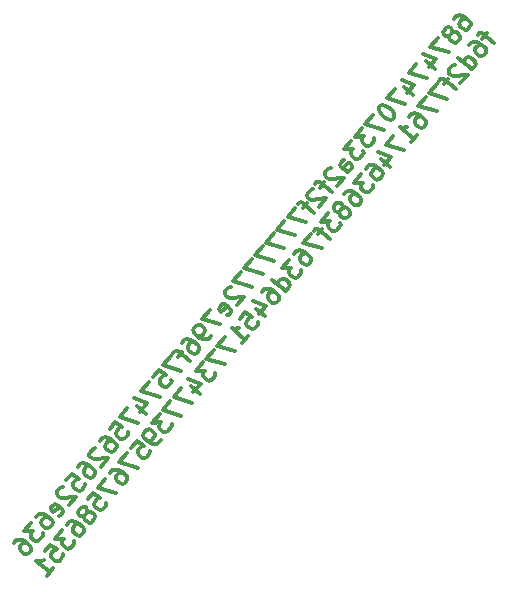
<source format=gbr>
%TF.GenerationSoftware,KiCad,Pcbnew,(7.0.0)*%
%TF.CreationDate,2023-05-30T20:10:02-04:00*%
%TF.ProjectId,H4X0R,48345830-522e-46b6-9963-61645f706362,rev?*%
%TF.SameCoordinates,Original*%
%TF.FileFunction,Copper,L2,Bot*%
%TF.FilePolarity,Positive*%
%FSLAX46Y46*%
G04 Gerber Fmt 4.6, Leading zero omitted, Abs format (unit mm)*
G04 Created by KiCad (PCBNEW (7.0.0)) date 2023-05-30 20:10:02*
%MOMM*%
%LPD*%
G01*
G04 APERTURE LIST*
%ADD10C,0.300000*%
%TA.AperFunction,NonConductor*%
%ADD11C,0.300000*%
%TD*%
G04 APERTURE END LIST*
D10*
D11*
X65006598Y-30900064D02*
X65190252Y-30681194D01*
X65190252Y-30681194D02*
X65336796Y-30617673D01*
X65336796Y-30617673D02*
X65437427Y-30608869D01*
X65437427Y-30608869D02*
X65693406Y-30637174D01*
X65693406Y-30637174D02*
X65958190Y-30766110D01*
X65958190Y-30766110D02*
X66395929Y-31133417D01*
X66395929Y-31133417D02*
X66459451Y-31279962D01*
X66459451Y-31279962D02*
X66468255Y-31380593D01*
X66468255Y-31380593D02*
X66431146Y-31535941D01*
X66431146Y-31535941D02*
X66247492Y-31754811D01*
X66247492Y-31754811D02*
X66100948Y-31818332D01*
X66100948Y-31818332D02*
X66000317Y-31827136D01*
X66000317Y-31827136D02*
X65844968Y-31790027D01*
X65844968Y-31790027D02*
X65571381Y-31560460D01*
X65571381Y-31560460D02*
X65507860Y-31413916D01*
X65507860Y-31413916D02*
X65499056Y-31313285D01*
X65499056Y-31313285D02*
X65536165Y-31157937D01*
X65536165Y-31157937D02*
X65719819Y-30939067D01*
X65719819Y-30939067D02*
X65866363Y-30875545D01*
X65866363Y-30875545D02*
X65966994Y-30866741D01*
X65966994Y-30866741D02*
X66122342Y-30903850D01*
X64856268Y-32079329D02*
X64893378Y-31923981D01*
X64893378Y-31923981D02*
X64884574Y-31823350D01*
X64884574Y-31823350D02*
X64821052Y-31676806D01*
X64821052Y-31676806D02*
X64766335Y-31630892D01*
X64766335Y-31630892D02*
X64610986Y-31593783D01*
X64610986Y-31593783D02*
X64510355Y-31602587D01*
X64510355Y-31602587D02*
X64363811Y-31666108D01*
X64363811Y-31666108D02*
X64180157Y-31884978D01*
X64180157Y-31884978D02*
X64143048Y-32040327D01*
X64143048Y-32040327D02*
X64151852Y-32140957D01*
X64151852Y-32140957D02*
X64215374Y-32287502D01*
X64215374Y-32287502D02*
X64270091Y-32333415D01*
X64270091Y-32333415D02*
X64425440Y-32370524D01*
X64425440Y-32370524D02*
X64526070Y-32361720D01*
X64526070Y-32361720D02*
X64672615Y-32298199D01*
X64672615Y-32298199D02*
X64856268Y-32079329D01*
X64856268Y-32079329D02*
X65002813Y-32015807D01*
X65002813Y-32015807D02*
X65103443Y-32007003D01*
X65103443Y-32007003D02*
X65258792Y-32044113D01*
X65258792Y-32044113D02*
X65477662Y-32227766D01*
X65477662Y-32227766D02*
X65541183Y-32374311D01*
X65541183Y-32374311D02*
X65549987Y-32474941D01*
X65549987Y-32474941D02*
X65512878Y-32630290D01*
X65512878Y-32630290D02*
X65329224Y-32849160D01*
X65329224Y-32849160D02*
X65182680Y-32912681D01*
X65182680Y-32912681D02*
X65082049Y-32921485D01*
X65082049Y-32921485D02*
X64926701Y-32884376D01*
X64926701Y-32884376D02*
X64707831Y-32700722D01*
X64707831Y-32700722D02*
X64644309Y-32554178D01*
X64644309Y-32554178D02*
X64635505Y-32453547D01*
X64635505Y-32453547D02*
X64672615Y-32298199D01*
X63675110Y-32486870D02*
X63032323Y-33252914D01*
X63032323Y-33252914D02*
X64594610Y-33724639D01*
X62634817Y-34504505D02*
X63400862Y-35147292D01*
X62426645Y-33863610D02*
X63476974Y-34278724D01*
X63476974Y-34278724D02*
X62880099Y-34990051D01*
X61838575Y-34675568D02*
X61195787Y-35441612D01*
X61195787Y-35441612D02*
X62758075Y-35913336D01*
X60798282Y-36693202D02*
X61564326Y-37335990D01*
X60590109Y-36052308D02*
X61640438Y-36467422D01*
X61640438Y-36467422D02*
X61043564Y-37178749D01*
X60002039Y-36864265D02*
X59359252Y-37630310D01*
X59359252Y-37630310D02*
X60921539Y-38102034D01*
X58808291Y-38286919D02*
X58716464Y-38396354D01*
X58716464Y-38396354D02*
X58679355Y-38551702D01*
X58679355Y-38551702D02*
X58688159Y-38652333D01*
X58688159Y-38652333D02*
X58751681Y-38798877D01*
X58751681Y-38798877D02*
X58924637Y-39037249D01*
X58924637Y-39037249D02*
X59198224Y-39266816D01*
X59198224Y-39266816D02*
X59463008Y-39395752D01*
X59463008Y-39395752D02*
X59618356Y-39432861D01*
X59618356Y-39432861D02*
X59718987Y-39424057D01*
X59718987Y-39424057D02*
X59865531Y-39360535D01*
X59865531Y-39360535D02*
X59957358Y-39251101D01*
X59957358Y-39251101D02*
X59994467Y-39095752D01*
X59994467Y-39095752D02*
X59985663Y-38995121D01*
X59985663Y-38995121D02*
X59922142Y-38848577D01*
X59922142Y-38848577D02*
X59749185Y-38610206D01*
X59749185Y-38610206D02*
X59475598Y-38380639D01*
X59475598Y-38380639D02*
X59210815Y-38251703D01*
X59210815Y-38251703D02*
X59055466Y-38214594D01*
X59055466Y-38214594D02*
X58954836Y-38223398D01*
X58954836Y-38223398D02*
X58808291Y-38286919D01*
X58165504Y-39052963D02*
X57522716Y-39819008D01*
X57522716Y-39819008D02*
X59085004Y-40290732D01*
X57247236Y-40147312D02*
X56650362Y-40858639D01*
X56650362Y-40858639D02*
X57409495Y-40842924D01*
X57409495Y-40842924D02*
X57271755Y-41007076D01*
X57271755Y-41007076D02*
X57234646Y-41162425D01*
X57234646Y-41162425D02*
X57243450Y-41263056D01*
X57243450Y-41263056D02*
X57306972Y-41409600D01*
X57306972Y-41409600D02*
X57580559Y-41639167D01*
X57580559Y-41639167D02*
X57735907Y-41676276D01*
X57735907Y-41676276D02*
X57836538Y-41667472D01*
X57836538Y-41667472D02*
X57983082Y-41603951D01*
X57983082Y-41603951D02*
X58258563Y-41275646D01*
X58258563Y-41275646D02*
X58295672Y-41120298D01*
X58295672Y-41120298D02*
X58286868Y-41019667D01*
X56328968Y-41241661D02*
X55732094Y-41952988D01*
X55732094Y-41952988D02*
X56491228Y-41937273D01*
X56491228Y-41937273D02*
X56353488Y-42101425D01*
X56353488Y-42101425D02*
X56316378Y-42256774D01*
X56316378Y-42256774D02*
X56325182Y-42357405D01*
X56325182Y-42357405D02*
X56388704Y-42503949D01*
X56388704Y-42503949D02*
X56662291Y-42733516D01*
X56662291Y-42733516D02*
X56817639Y-42770625D01*
X56817639Y-42770625D02*
X56918270Y-42761821D01*
X56918270Y-42761821D02*
X57064815Y-42698300D01*
X57064815Y-42698300D02*
X57340295Y-42369995D01*
X57340295Y-42369995D02*
X57377404Y-42214646D01*
X57377404Y-42214646D02*
X57368600Y-42114016D01*
X56054720Y-43902083D02*
X55452828Y-43397036D01*
X55452828Y-43397036D02*
X55389306Y-43250492D01*
X55389306Y-43250492D02*
X55426416Y-43095143D01*
X55426416Y-43095143D02*
X55610069Y-42876274D01*
X55610069Y-42876274D02*
X55756614Y-42812752D01*
X56000003Y-43856170D02*
X56146547Y-43792648D01*
X56146547Y-43792648D02*
X56376114Y-43519061D01*
X56376114Y-43519061D02*
X56413223Y-43363713D01*
X56413223Y-43363713D02*
X56349702Y-43217169D01*
X56349702Y-43217169D02*
X56240267Y-43125342D01*
X56240267Y-43125342D02*
X56084918Y-43088232D01*
X56084918Y-43088232D02*
X55938374Y-43151754D01*
X55938374Y-43151754D02*
X55708807Y-43425341D01*
X55708807Y-43425341D02*
X55562263Y-43488863D01*
X54601868Y-43522186D02*
X54501237Y-43530990D01*
X54501237Y-43530990D02*
X54354692Y-43594512D01*
X54354692Y-43594512D02*
X54125125Y-43868099D01*
X54125125Y-43868099D02*
X54088016Y-44023447D01*
X54088016Y-44023447D02*
X54096820Y-44124078D01*
X54096820Y-44124078D02*
X54160342Y-44270622D01*
X54160342Y-44270622D02*
X54269777Y-44362449D01*
X54269777Y-44362449D02*
X54479842Y-44445472D01*
X54479842Y-44445472D02*
X55687413Y-44339823D01*
X55687413Y-44339823D02*
X55090538Y-45051150D01*
X54049014Y-44736667D02*
X53681707Y-45174407D01*
X54677318Y-45543607D02*
X53692404Y-44717166D01*
X53692404Y-44717166D02*
X53537056Y-44680056D01*
X53537056Y-44680056D02*
X53390511Y-44743578D01*
X53390511Y-44743578D02*
X53298684Y-44853013D01*
X53132639Y-45273144D02*
X53032008Y-45281949D01*
X53032008Y-45281949D02*
X52885464Y-45345470D01*
X52885464Y-45345470D02*
X52655897Y-45619057D01*
X52655897Y-45619057D02*
X52618787Y-45774406D01*
X52618787Y-45774406D02*
X52627591Y-45875037D01*
X52627591Y-45875037D02*
X52691113Y-46021581D01*
X52691113Y-46021581D02*
X52800548Y-46113408D01*
X52800548Y-46113408D02*
X53010614Y-46196430D01*
X53010614Y-46196430D02*
X54218184Y-46090782D01*
X54218184Y-46090782D02*
X53621310Y-46802109D01*
X52579785Y-46487625D02*
X52212478Y-46925365D01*
X53208089Y-47294565D02*
X52223175Y-46468124D01*
X52223175Y-46468124D02*
X52067827Y-46431015D01*
X52067827Y-46431015D02*
X51921283Y-46494536D01*
X51921283Y-46494536D02*
X51829456Y-46603971D01*
X51599889Y-46877559D02*
X50957101Y-47643603D01*
X50957101Y-47643603D02*
X52519388Y-48115327D01*
X50681621Y-47971908D02*
X50038833Y-48737952D01*
X50038833Y-48737952D02*
X51601121Y-49209676D01*
X49763353Y-49066256D02*
X49120566Y-49832301D01*
X49120566Y-49832301D02*
X50682853Y-50304025D01*
X48845086Y-50160605D02*
X48202298Y-50926650D01*
X48202298Y-50926650D02*
X49764585Y-51398374D01*
X47926818Y-51254954D02*
X47284030Y-52020999D01*
X47284030Y-52020999D02*
X48846317Y-52492723D01*
X47008550Y-52349303D02*
X46365762Y-53115348D01*
X46365762Y-53115348D02*
X47928050Y-53587072D01*
X46153804Y-53590196D02*
X46053173Y-53599000D01*
X46053173Y-53599000D02*
X45906629Y-53662522D01*
X45906629Y-53662522D02*
X45677062Y-53936109D01*
X45677062Y-53936109D02*
X45639952Y-54091457D01*
X45639952Y-54091457D02*
X45648756Y-54192088D01*
X45648756Y-54192088D02*
X45712278Y-54338633D01*
X45712278Y-54338633D02*
X45821713Y-54430459D01*
X45821713Y-54430459D02*
X46031779Y-54513482D01*
X46031779Y-54513482D02*
X47239349Y-54407833D01*
X47239349Y-54407833D02*
X46642475Y-55119160D01*
X45807230Y-56003443D02*
X45953774Y-55939922D01*
X45953774Y-55939922D02*
X46137428Y-55721052D01*
X46137428Y-55721052D02*
X46174537Y-55565704D01*
X46174537Y-55565704D02*
X46111015Y-55419160D01*
X46111015Y-55419160D02*
X45673276Y-55051852D01*
X45673276Y-55051852D02*
X45517927Y-55014743D01*
X45517927Y-55014743D02*
X45371383Y-55078265D01*
X45371383Y-55078265D02*
X45187730Y-55297134D01*
X45187730Y-55297134D02*
X45150620Y-55452483D01*
X45150620Y-55452483D02*
X45214142Y-55599027D01*
X45214142Y-55599027D02*
X45323577Y-55690854D01*
X45323577Y-55690854D02*
X45892146Y-55235506D01*
X44345574Y-55522915D02*
X43702786Y-56288959D01*
X43702786Y-56288959D02*
X45265073Y-56760684D01*
X44438632Y-57745598D02*
X44254979Y-57964467D01*
X44254979Y-57964467D02*
X44108434Y-58027989D01*
X44108434Y-58027989D02*
X44007804Y-58036793D01*
X44007804Y-58036793D02*
X43751824Y-58008488D01*
X43751824Y-58008488D02*
X43487041Y-57879552D01*
X43487041Y-57879552D02*
X43049301Y-57512244D01*
X43049301Y-57512244D02*
X42985780Y-57365700D01*
X42985780Y-57365700D02*
X42976976Y-57265069D01*
X42976976Y-57265069D02*
X43014085Y-57109721D01*
X43014085Y-57109721D02*
X43197739Y-56890851D01*
X43197739Y-56890851D02*
X43344283Y-56827330D01*
X43344283Y-56827330D02*
X43444914Y-56818526D01*
X43444914Y-56818526D02*
X43600262Y-56855635D01*
X43600262Y-56855635D02*
X43873850Y-57085202D01*
X43873850Y-57085202D02*
X43937371Y-57231746D01*
X43937371Y-57231746D02*
X43946175Y-57332377D01*
X43946175Y-57332377D02*
X43909066Y-57487725D01*
X43909066Y-57487725D02*
X43725412Y-57706595D01*
X43725412Y-57706595D02*
X43578868Y-57770117D01*
X43578868Y-57770117D02*
X43478237Y-57778921D01*
X43478237Y-57778921D02*
X43322889Y-57741811D01*
X42003991Y-58313505D02*
X42187644Y-58094635D01*
X42187644Y-58094635D02*
X42334189Y-58031113D01*
X42334189Y-58031113D02*
X42434819Y-58022309D01*
X42434819Y-58022309D02*
X42690799Y-58050615D01*
X42690799Y-58050615D02*
X42955582Y-58179551D01*
X42955582Y-58179551D02*
X43393321Y-58546858D01*
X43393321Y-58546858D02*
X43456843Y-58693402D01*
X43456843Y-58693402D02*
X43465647Y-58794033D01*
X43465647Y-58794033D02*
X43428538Y-58949381D01*
X43428538Y-58949381D02*
X43244884Y-59168251D01*
X43244884Y-59168251D02*
X43098340Y-59231773D01*
X43098340Y-59231773D02*
X42997709Y-59240577D01*
X42997709Y-59240577D02*
X42842361Y-59203467D01*
X42842361Y-59203467D02*
X42568773Y-58973900D01*
X42568773Y-58973900D02*
X42505252Y-58827356D01*
X42505252Y-58827356D02*
X42496448Y-58726725D01*
X42496448Y-58726725D02*
X42533557Y-58571377D01*
X42533557Y-58571377D02*
X42717211Y-58352507D01*
X42717211Y-58352507D02*
X42863755Y-58288986D01*
X42863755Y-58288986D02*
X42964386Y-58280182D01*
X42964386Y-58280182D02*
X43119734Y-58317291D01*
X42019706Y-59072638D02*
X41652399Y-59510378D01*
X42648010Y-59879578D02*
X41663096Y-59053137D01*
X41663096Y-59053137D02*
X41507748Y-59016027D01*
X41507748Y-59016027D02*
X41361203Y-59079549D01*
X41361203Y-59079549D02*
X41269377Y-59188984D01*
X41039809Y-59462571D02*
X40397022Y-60228616D01*
X40397022Y-60228616D02*
X41959309Y-60700340D01*
X39570581Y-61213530D02*
X40029715Y-60666355D01*
X40029715Y-60666355D02*
X40622803Y-61070772D01*
X40622803Y-61070772D02*
X40522172Y-61079576D01*
X40522172Y-61079576D02*
X40375628Y-61143097D01*
X40375628Y-61143097D02*
X40146061Y-61416684D01*
X40146061Y-61416684D02*
X40108951Y-61572033D01*
X40108951Y-61572033D02*
X40117755Y-61672664D01*
X40117755Y-61672664D02*
X40181277Y-61819208D01*
X40181277Y-61819208D02*
X40454864Y-62048775D01*
X40454864Y-62048775D02*
X40610213Y-62085884D01*
X40610213Y-62085884D02*
X40710843Y-62077080D01*
X40710843Y-62077080D02*
X40857388Y-62013559D01*
X40857388Y-62013559D02*
X41086955Y-61739971D01*
X41086955Y-61739971D02*
X41124064Y-61584623D01*
X41124064Y-61584623D02*
X41115260Y-61483992D01*
X39203274Y-61651269D02*
X38560486Y-62417313D01*
X38560486Y-62417313D02*
X40122774Y-62889038D01*
X38162981Y-63668904D02*
X38929025Y-64311691D01*
X37954808Y-63028009D02*
X39005137Y-63443123D01*
X39005137Y-63443123D02*
X38408263Y-64154450D01*
X37366738Y-63839967D02*
X36723951Y-64606011D01*
X36723951Y-64606011D02*
X38286238Y-65077735D01*
X35897510Y-65590925D02*
X36356644Y-65043750D01*
X36356644Y-65043750D02*
X36949732Y-65448167D01*
X36949732Y-65448167D02*
X36849101Y-65456971D01*
X36849101Y-65456971D02*
X36702557Y-65520493D01*
X36702557Y-65520493D02*
X36472990Y-65794080D01*
X36472990Y-65794080D02*
X36435880Y-65949428D01*
X36435880Y-65949428D02*
X36444685Y-66050059D01*
X36444685Y-66050059D02*
X36508206Y-66196603D01*
X36508206Y-66196603D02*
X36781793Y-66426170D01*
X36781793Y-66426170D02*
X36937142Y-66463280D01*
X36937142Y-66463280D02*
X37037773Y-66454476D01*
X37037773Y-66454476D02*
X37184317Y-66390954D01*
X37184317Y-66390954D02*
X37413884Y-66117367D01*
X37413884Y-66117367D02*
X37450993Y-65962019D01*
X37450993Y-65962019D02*
X37442189Y-65861388D01*
X35025156Y-66630557D02*
X35208809Y-66411687D01*
X35208809Y-66411687D02*
X35355353Y-66348165D01*
X35355353Y-66348165D02*
X35455984Y-66339361D01*
X35455984Y-66339361D02*
X35711963Y-66367666D01*
X35711963Y-66367666D02*
X35976747Y-66496603D01*
X35976747Y-66496603D02*
X36414486Y-66863910D01*
X36414486Y-66863910D02*
X36478008Y-67010454D01*
X36478008Y-67010454D02*
X36486812Y-67111085D01*
X36486812Y-67111085D02*
X36449703Y-67266433D01*
X36449703Y-67266433D02*
X36266049Y-67485303D01*
X36266049Y-67485303D02*
X36119505Y-67548825D01*
X36119505Y-67548825D02*
X36018874Y-67557629D01*
X36018874Y-67557629D02*
X35863526Y-67520519D01*
X35863526Y-67520519D02*
X35589938Y-67290952D01*
X35589938Y-67290952D02*
X35526417Y-67144408D01*
X35526417Y-67144408D02*
X35517613Y-67043777D01*
X35517613Y-67043777D02*
X35554722Y-66888429D01*
X35554722Y-66888429D02*
X35738376Y-66669559D01*
X35738376Y-66669559D02*
X35884920Y-66606037D01*
X35884920Y-66606037D02*
X35985551Y-66597233D01*
X35985551Y-66597233D02*
X36140899Y-66634343D01*
X34675457Y-67269558D02*
X34574826Y-67278362D01*
X34574826Y-67278362D02*
X34428282Y-67341883D01*
X34428282Y-67341883D02*
X34198715Y-67615470D01*
X34198715Y-67615470D02*
X34161605Y-67770819D01*
X34161605Y-67770819D02*
X34170409Y-67871450D01*
X34170409Y-67871450D02*
X34233931Y-68017994D01*
X34233931Y-68017994D02*
X34343366Y-68109821D01*
X34343366Y-68109821D02*
X34553432Y-68192843D01*
X34553432Y-68192843D02*
X35761002Y-68087195D01*
X35761002Y-68087195D02*
X35164128Y-68798522D01*
X33188620Y-68819254D02*
X33372274Y-68600384D01*
X33372274Y-68600384D02*
X33518818Y-68536863D01*
X33518818Y-68536863D02*
X33619449Y-68528059D01*
X33619449Y-68528059D02*
X33875428Y-68556364D01*
X33875428Y-68556364D02*
X34140211Y-68685300D01*
X34140211Y-68685300D02*
X34577951Y-69052607D01*
X34577951Y-69052607D02*
X34641472Y-69199152D01*
X34641472Y-69199152D02*
X34650277Y-69299783D01*
X34650277Y-69299783D02*
X34613167Y-69455131D01*
X34613167Y-69455131D02*
X34429514Y-69674001D01*
X34429514Y-69674001D02*
X34282969Y-69737522D01*
X34282969Y-69737522D02*
X34182338Y-69746326D01*
X34182338Y-69746326D02*
X34026990Y-69709217D01*
X34026990Y-69709217D02*
X33753403Y-69479650D01*
X33753403Y-69479650D02*
X33689881Y-69333106D01*
X33689881Y-69333106D02*
X33681077Y-69232475D01*
X33681077Y-69232475D02*
X33718187Y-69077127D01*
X33718187Y-69077127D02*
X33901840Y-68858257D01*
X33901840Y-68858257D02*
X34048384Y-68794735D01*
X34048384Y-68794735D02*
X34149015Y-68785931D01*
X34149015Y-68785931D02*
X34304364Y-68823040D01*
X32224439Y-69968321D02*
X32683573Y-69421146D01*
X32683573Y-69421146D02*
X33276661Y-69825563D01*
X33276661Y-69825563D02*
X33176030Y-69834367D01*
X33176030Y-69834367D02*
X33029486Y-69897888D01*
X33029486Y-69897888D02*
X32799919Y-70171475D01*
X32799919Y-70171475D02*
X32762810Y-70326824D01*
X32762810Y-70326824D02*
X32771614Y-70427455D01*
X32771614Y-70427455D02*
X32835135Y-70573999D01*
X32835135Y-70573999D02*
X33108722Y-70803566D01*
X33108722Y-70803566D02*
X33264071Y-70840675D01*
X33264071Y-70840675D02*
X33364702Y-70831871D01*
X33364702Y-70831871D02*
X33511246Y-70768350D01*
X33511246Y-70768350D02*
X33740813Y-70494762D01*
X33740813Y-70494762D02*
X33777922Y-70339414D01*
X33777922Y-70339414D02*
X33769118Y-70238783D01*
X31920654Y-70552604D02*
X31820023Y-70561408D01*
X31820023Y-70561408D02*
X31673478Y-70624930D01*
X31673478Y-70624930D02*
X31443911Y-70898517D01*
X31443911Y-70898517D02*
X31406802Y-71053865D01*
X31406802Y-71053865D02*
X31415606Y-71154496D01*
X31415606Y-71154496D02*
X31479128Y-71301041D01*
X31479128Y-71301041D02*
X31588563Y-71392867D01*
X31588563Y-71392867D02*
X31798628Y-71475890D01*
X31798628Y-71475890D02*
X33006199Y-71370241D01*
X33006199Y-71370241D02*
X32409324Y-72081568D01*
X31574079Y-72965851D02*
X31720624Y-72902330D01*
X31720624Y-72902330D02*
X31904277Y-72683460D01*
X31904277Y-72683460D02*
X31941387Y-72528112D01*
X31941387Y-72528112D02*
X31877865Y-72381568D01*
X31877865Y-72381568D02*
X31440126Y-72014260D01*
X31440126Y-72014260D02*
X31284777Y-71977151D01*
X31284777Y-71977151D02*
X31138233Y-72040672D01*
X31138233Y-72040672D02*
X30954579Y-72259542D01*
X30954579Y-72259542D02*
X30917470Y-72414891D01*
X30917470Y-72414891D02*
X30980991Y-72561435D01*
X30980991Y-72561435D02*
X31090426Y-72653262D01*
X31090426Y-72653262D02*
X31658995Y-72197914D01*
X29607376Y-73087215D02*
X29791029Y-72868345D01*
X29791029Y-72868345D02*
X29937574Y-72804824D01*
X29937574Y-72804824D02*
X30038205Y-72796020D01*
X30038205Y-72796020D02*
X30294184Y-72824325D01*
X30294184Y-72824325D02*
X30558967Y-72953261D01*
X30558967Y-72953261D02*
X30996707Y-73320568D01*
X30996707Y-73320568D02*
X31060228Y-73467112D01*
X31060228Y-73467112D02*
X31069032Y-73567743D01*
X31069032Y-73567743D02*
X31031923Y-73723092D01*
X31031923Y-73723092D02*
X30848269Y-73941961D01*
X30848269Y-73941961D02*
X30701725Y-74005483D01*
X30701725Y-74005483D02*
X30601094Y-74014287D01*
X30601094Y-74014287D02*
X30445746Y-73977178D01*
X30445746Y-73977178D02*
X30172159Y-73747611D01*
X30172159Y-73747611D02*
X30108637Y-73601066D01*
X30108637Y-73601066D02*
X30099833Y-73500436D01*
X30099833Y-73500436D02*
X30136942Y-73345087D01*
X30136942Y-73345087D02*
X30320596Y-73126217D01*
X30320596Y-73126217D02*
X30467140Y-73062696D01*
X30467140Y-73062696D02*
X30567771Y-73053892D01*
X30567771Y-73053892D02*
X30723119Y-73091001D01*
X29194156Y-73579672D02*
X28597281Y-74290999D01*
X28597281Y-74290999D02*
X29356415Y-74275284D01*
X29356415Y-74275284D02*
X29218675Y-74439436D01*
X29218675Y-74439436D02*
X29181565Y-74594784D01*
X29181565Y-74594784D02*
X29190369Y-74695415D01*
X29190369Y-74695415D02*
X29253891Y-74841960D01*
X29253891Y-74841960D02*
X29527478Y-75071527D01*
X29527478Y-75071527D02*
X29682826Y-75108636D01*
X29682826Y-75108636D02*
X29783457Y-75099832D01*
X29783457Y-75099832D02*
X29930002Y-75036310D01*
X29930002Y-75036310D02*
X30205482Y-74708006D01*
X30205482Y-74708006D02*
X30242591Y-74552657D01*
X30242591Y-74552657D02*
X30233787Y-74452026D01*
X27770840Y-75275913D02*
X27954494Y-75057043D01*
X27954494Y-75057043D02*
X28101038Y-74993521D01*
X28101038Y-74993521D02*
X28201669Y-74984717D01*
X28201669Y-74984717D02*
X28457648Y-75013023D01*
X28457648Y-75013023D02*
X28722432Y-75141959D01*
X28722432Y-75141959D02*
X29160171Y-75509266D01*
X29160171Y-75509266D02*
X29223693Y-75655810D01*
X29223693Y-75655810D02*
X29232497Y-75756441D01*
X29232497Y-75756441D02*
X29195387Y-75911789D01*
X29195387Y-75911789D02*
X29011734Y-76130659D01*
X29011734Y-76130659D02*
X28865190Y-76194181D01*
X28865190Y-76194181D02*
X28764559Y-76202985D01*
X28764559Y-76202985D02*
X28609210Y-76165875D01*
X28609210Y-76165875D02*
X28335623Y-75936308D01*
X28335623Y-75936308D02*
X28272102Y-75789764D01*
X28272102Y-75789764D02*
X28263298Y-75689133D01*
X28263298Y-75689133D02*
X28300407Y-75533785D01*
X28300407Y-75533785D02*
X28484060Y-75314915D01*
X28484060Y-75314915D02*
X28630605Y-75251394D01*
X28630605Y-75251394D02*
X28731236Y-75242590D01*
X28731236Y-75242590D02*
X28886584Y-75279699D01*
X67802069Y-32126823D02*
X67434762Y-32564562D01*
X68430374Y-32933763D02*
X67445459Y-32107321D01*
X67445459Y-32107321D02*
X67290111Y-32070212D01*
X67290111Y-32070212D02*
X67143567Y-32133734D01*
X67143567Y-32133734D02*
X67051740Y-32243168D01*
X66317126Y-33118648D02*
X66500779Y-32899778D01*
X66500779Y-32899778D02*
X66647323Y-32836257D01*
X66647323Y-32836257D02*
X66747954Y-32827452D01*
X66747954Y-32827452D02*
X67003933Y-32855758D01*
X67003933Y-32855758D02*
X67268717Y-32984694D01*
X67268717Y-32984694D02*
X67706456Y-33352001D01*
X67706456Y-33352001D02*
X67769978Y-33498545D01*
X67769978Y-33498545D02*
X67778782Y-33599176D01*
X67778782Y-33599176D02*
X67741673Y-33754525D01*
X67741673Y-33754525D02*
X67558019Y-33973394D01*
X67558019Y-33973394D02*
X67411475Y-34036916D01*
X67411475Y-34036916D02*
X67310844Y-34045720D01*
X67310844Y-34045720D02*
X67155496Y-34008611D01*
X67155496Y-34008611D02*
X66881908Y-33779044D01*
X66881908Y-33779044D02*
X66818387Y-33632499D01*
X66818387Y-33632499D02*
X66809583Y-33531869D01*
X66809583Y-33531869D02*
X66846692Y-33376520D01*
X66846692Y-33376520D02*
X67030346Y-33157650D01*
X67030346Y-33157650D02*
X67176890Y-33094129D01*
X67176890Y-33094129D02*
X67277521Y-33085325D01*
X67277521Y-33085325D02*
X67432869Y-33122434D01*
X66547924Y-35177178D02*
X65398858Y-34212997D01*
X66493207Y-35131265D02*
X66639751Y-35067743D01*
X66639751Y-35067743D02*
X66823405Y-34848873D01*
X66823405Y-34848873D02*
X66860514Y-34693525D01*
X66860514Y-34693525D02*
X66851710Y-34592894D01*
X66851710Y-34592894D02*
X66788189Y-34446350D01*
X66788189Y-34446350D02*
X66459884Y-34170870D01*
X66459884Y-34170870D02*
X66304536Y-34133760D01*
X66304536Y-34133760D02*
X66203905Y-34142564D01*
X66203905Y-34142564D02*
X66057360Y-34206086D01*
X66057360Y-34206086D02*
X65873707Y-34424956D01*
X65873707Y-34424956D02*
X65836597Y-34580304D01*
X65095072Y-34797281D02*
X64994441Y-34806085D01*
X64994441Y-34806085D02*
X64847897Y-34869606D01*
X64847897Y-34869606D02*
X64618330Y-35143194D01*
X64618330Y-35143194D02*
X64581221Y-35298542D01*
X64581221Y-35298542D02*
X64590025Y-35399173D01*
X64590025Y-35399173D02*
X64653546Y-35545717D01*
X64653546Y-35545717D02*
X64762981Y-35637544D01*
X64762981Y-35637544D02*
X64973047Y-35720567D01*
X64973047Y-35720567D02*
X66180617Y-35614918D01*
X66180617Y-35614918D02*
X65583743Y-36326245D01*
X64542218Y-36011762D02*
X64174911Y-36449501D01*
X65170523Y-36818702D02*
X64185608Y-35992261D01*
X64185608Y-35992261D02*
X64030260Y-35955151D01*
X64030260Y-35955151D02*
X63883716Y-36018673D01*
X63883716Y-36018673D02*
X63791889Y-36128108D01*
X63562322Y-36401695D02*
X62919534Y-37167740D01*
X62919534Y-37167740D02*
X64481822Y-37639464D01*
X62644054Y-37496044D02*
X62001267Y-38262088D01*
X62001267Y-38262088D02*
X63563554Y-38733813D01*
X61220739Y-39192285D02*
X61404393Y-38973415D01*
X61404393Y-38973415D02*
X61550937Y-38909894D01*
X61550937Y-38909894D02*
X61651568Y-38901089D01*
X61651568Y-38901089D02*
X61907547Y-38929395D01*
X61907547Y-38929395D02*
X62172330Y-39058331D01*
X62172330Y-39058331D02*
X62610070Y-39425638D01*
X62610070Y-39425638D02*
X62673591Y-39572182D01*
X62673591Y-39572182D02*
X62682395Y-39672813D01*
X62682395Y-39672813D02*
X62645286Y-39828162D01*
X62645286Y-39828162D02*
X62461632Y-40047031D01*
X62461632Y-40047031D02*
X62315088Y-40110553D01*
X62315088Y-40110553D02*
X62214457Y-40119357D01*
X62214457Y-40119357D02*
X62059109Y-40082248D01*
X62059109Y-40082248D02*
X61785522Y-39852681D01*
X61785522Y-39852681D02*
X61722000Y-39706136D01*
X61722000Y-39706136D02*
X61713196Y-39605506D01*
X61713196Y-39605506D02*
X61750305Y-39450157D01*
X61750305Y-39450157D02*
X61933959Y-39231287D01*
X61933959Y-39231287D02*
X62080503Y-39167766D01*
X62080503Y-39167766D02*
X62181134Y-39158962D01*
X62181134Y-39158962D02*
X62336483Y-39196071D01*
X61359711Y-41360250D02*
X61910672Y-40703641D01*
X61635192Y-41031945D02*
X60486125Y-40067764D01*
X60486125Y-40067764D02*
X60742104Y-40096069D01*
X60742104Y-40096069D02*
X60943366Y-40078461D01*
X60943366Y-40078461D02*
X61089910Y-40014940D01*
X59889251Y-40779091D02*
X59246463Y-41545135D01*
X59246463Y-41545135D02*
X60808751Y-42016859D01*
X58848958Y-42796725D02*
X59615002Y-43439513D01*
X58640785Y-42155831D02*
X59691114Y-42570945D01*
X59691114Y-42570945D02*
X59094240Y-43282272D01*
X57547668Y-43569680D02*
X57731322Y-43350811D01*
X57731322Y-43350811D02*
X57877866Y-43287289D01*
X57877866Y-43287289D02*
X57978497Y-43278485D01*
X57978497Y-43278485D02*
X58234476Y-43306790D01*
X58234476Y-43306790D02*
X58499259Y-43435726D01*
X58499259Y-43435726D02*
X58936999Y-43803034D01*
X58936999Y-43803034D02*
X59000520Y-43949578D01*
X59000520Y-43949578D02*
X59009324Y-44050209D01*
X59009324Y-44050209D02*
X58972215Y-44205557D01*
X58972215Y-44205557D02*
X58788561Y-44424427D01*
X58788561Y-44424427D02*
X58642017Y-44487948D01*
X58642017Y-44487948D02*
X58541386Y-44496752D01*
X58541386Y-44496752D02*
X58386038Y-44459643D01*
X58386038Y-44459643D02*
X58112451Y-44230076D01*
X58112451Y-44230076D02*
X58048929Y-44083532D01*
X58048929Y-44083532D02*
X58040125Y-43982901D01*
X58040125Y-43982901D02*
X58077235Y-43827553D01*
X58077235Y-43827553D02*
X58260888Y-43608683D01*
X58260888Y-43608683D02*
X58407432Y-43545161D01*
X58407432Y-43545161D02*
X58508063Y-43536357D01*
X58508063Y-43536357D02*
X58663412Y-43573467D01*
X57134448Y-44062137D02*
X56537573Y-44773464D01*
X56537573Y-44773464D02*
X57296707Y-44757749D01*
X57296707Y-44757749D02*
X57158967Y-44921902D01*
X57158967Y-44921902D02*
X57121857Y-45077250D01*
X57121857Y-45077250D02*
X57130661Y-45177881D01*
X57130661Y-45177881D02*
X57194183Y-45324425D01*
X57194183Y-45324425D02*
X57467770Y-45553992D01*
X57467770Y-45553992D02*
X57623119Y-45591101D01*
X57623119Y-45591101D02*
X57723749Y-45582297D01*
X57723749Y-45582297D02*
X57870294Y-45518776D01*
X57870294Y-45518776D02*
X58145774Y-45190471D01*
X58145774Y-45190471D02*
X58182883Y-45035123D01*
X58182883Y-45035123D02*
X58174079Y-44934492D01*
X55711133Y-45758378D02*
X55894786Y-45539508D01*
X55894786Y-45539508D02*
X56041330Y-45475987D01*
X56041330Y-45475987D02*
X56141961Y-45467183D01*
X56141961Y-45467183D02*
X56397940Y-45495488D01*
X56397940Y-45495488D02*
X56662724Y-45624424D01*
X56662724Y-45624424D02*
X57100463Y-45991731D01*
X57100463Y-45991731D02*
X57163985Y-46138276D01*
X57163985Y-46138276D02*
X57172789Y-46238906D01*
X57172789Y-46238906D02*
X57135680Y-46394255D01*
X57135680Y-46394255D02*
X56952026Y-46613125D01*
X56952026Y-46613125D02*
X56805482Y-46676646D01*
X56805482Y-46676646D02*
X56704851Y-46685450D01*
X56704851Y-46685450D02*
X56549503Y-46648341D01*
X56549503Y-46648341D02*
X56275915Y-46418774D01*
X56275915Y-46418774D02*
X56212394Y-46272230D01*
X56212394Y-46272230D02*
X56203590Y-46171599D01*
X56203590Y-46171599D02*
X56240699Y-46016250D01*
X56240699Y-46016250D02*
X56424353Y-45797381D01*
X56424353Y-45797381D02*
X56570897Y-45733859D01*
X56570897Y-45733859D02*
X56671528Y-45725055D01*
X56671528Y-45725055D02*
X56826876Y-45762164D01*
X55560802Y-46937643D02*
X55597912Y-46782295D01*
X55597912Y-46782295D02*
X55589108Y-46681664D01*
X55589108Y-46681664D02*
X55525586Y-46535119D01*
X55525586Y-46535119D02*
X55470869Y-46489206D01*
X55470869Y-46489206D02*
X55315520Y-46452097D01*
X55315520Y-46452097D02*
X55214889Y-46460901D01*
X55214889Y-46460901D02*
X55068345Y-46524422D01*
X55068345Y-46524422D02*
X54884692Y-46743292D01*
X54884692Y-46743292D02*
X54847582Y-46898640D01*
X54847582Y-46898640D02*
X54856386Y-46999271D01*
X54856386Y-46999271D02*
X54919908Y-47145816D01*
X54919908Y-47145816D02*
X54974625Y-47191729D01*
X54974625Y-47191729D02*
X55129974Y-47228838D01*
X55129974Y-47228838D02*
X55230604Y-47220034D01*
X55230604Y-47220034D02*
X55377149Y-47156513D01*
X55377149Y-47156513D02*
X55560802Y-46937643D01*
X55560802Y-46937643D02*
X55707347Y-46874121D01*
X55707347Y-46874121D02*
X55807977Y-46865317D01*
X55807977Y-46865317D02*
X55963326Y-46902427D01*
X55963326Y-46902427D02*
X56182196Y-47086080D01*
X56182196Y-47086080D02*
X56245717Y-47232625D01*
X56245717Y-47232625D02*
X56254521Y-47333255D01*
X56254521Y-47333255D02*
X56217412Y-47488604D01*
X56217412Y-47488604D02*
X56033758Y-47707474D01*
X56033758Y-47707474D02*
X55887214Y-47770995D01*
X55887214Y-47770995D02*
X55786583Y-47779799D01*
X55786583Y-47779799D02*
X55631235Y-47742690D01*
X55631235Y-47742690D02*
X55412365Y-47559036D01*
X55412365Y-47559036D02*
X55348843Y-47412492D01*
X55348843Y-47412492D02*
X55340039Y-47311861D01*
X55340039Y-47311861D02*
X55377149Y-47156513D01*
X54379644Y-47345184D02*
X53782770Y-48056511D01*
X53782770Y-48056511D02*
X54541904Y-48040796D01*
X54541904Y-48040796D02*
X54404164Y-48204948D01*
X54404164Y-48204948D02*
X54367054Y-48360297D01*
X54367054Y-48360297D02*
X54375858Y-48460927D01*
X54375858Y-48460927D02*
X54439380Y-48607472D01*
X54439380Y-48607472D02*
X54712967Y-48837039D01*
X54712967Y-48837039D02*
X54868315Y-48874148D01*
X54868315Y-48874148D02*
X54968946Y-48865344D01*
X54968946Y-48865344D02*
X55115491Y-48801822D01*
X55115491Y-48801822D02*
X55390971Y-48473518D01*
X55390971Y-48473518D02*
X55428080Y-48318169D01*
X55428080Y-48318169D02*
X55419276Y-48217538D01*
X53890312Y-48706209D02*
X53523005Y-49143949D01*
X54518617Y-49513149D02*
X53533702Y-48686708D01*
X53533702Y-48686708D02*
X53378354Y-48649599D01*
X53378354Y-48649599D02*
X53231810Y-48713120D01*
X53231810Y-48713120D02*
X53139983Y-48822555D01*
X52910416Y-49096142D02*
X52267628Y-49862187D01*
X52267628Y-49862187D02*
X53829915Y-50333911D01*
X51487101Y-50792383D02*
X51670754Y-50573513D01*
X51670754Y-50573513D02*
X51817299Y-50509992D01*
X51817299Y-50509992D02*
X51917929Y-50501188D01*
X51917929Y-50501188D02*
X52173909Y-50529493D01*
X52173909Y-50529493D02*
X52438692Y-50658429D01*
X52438692Y-50658429D02*
X52876432Y-51025737D01*
X52876432Y-51025737D02*
X52939953Y-51172281D01*
X52939953Y-51172281D02*
X52948757Y-51272912D01*
X52948757Y-51272912D02*
X52911648Y-51428260D01*
X52911648Y-51428260D02*
X52727994Y-51647130D01*
X52727994Y-51647130D02*
X52581450Y-51710651D01*
X52581450Y-51710651D02*
X52480819Y-51719455D01*
X52480819Y-51719455D02*
X52325471Y-51682346D01*
X52325471Y-51682346D02*
X52051883Y-51452779D01*
X52051883Y-51452779D02*
X51988362Y-51306235D01*
X51988362Y-51306235D02*
X51979558Y-51205604D01*
X51979558Y-51205604D02*
X52016667Y-51050256D01*
X52016667Y-51050256D02*
X52200321Y-50831386D01*
X52200321Y-50831386D02*
X52346865Y-50767864D01*
X52346865Y-50767864D02*
X52447496Y-50759060D01*
X52447496Y-50759060D02*
X52602844Y-50796170D01*
X51073880Y-51284840D02*
X50477006Y-51996167D01*
X50477006Y-51996167D02*
X51236140Y-51980452D01*
X51236140Y-51980452D02*
X51098399Y-52144604D01*
X51098399Y-52144604D02*
X51061290Y-52299953D01*
X51061290Y-52299953D02*
X51070094Y-52400584D01*
X51070094Y-52400584D02*
X51133616Y-52547128D01*
X51133616Y-52547128D02*
X51407203Y-52776695D01*
X51407203Y-52776695D02*
X51562551Y-52813804D01*
X51562551Y-52813804D02*
X51663182Y-52805000D01*
X51663182Y-52805000D02*
X51809726Y-52741479D01*
X51809726Y-52741479D02*
X52085207Y-52413174D01*
X52085207Y-52413174D02*
X52122316Y-52257826D01*
X52122316Y-52257826D02*
X52113512Y-52157195D01*
X50799632Y-53945262D02*
X49650565Y-52981081D01*
X50744914Y-53899349D02*
X50891459Y-53835828D01*
X50891459Y-53835828D02*
X51075112Y-53616958D01*
X51075112Y-53616958D02*
X51112222Y-53461609D01*
X51112222Y-53461609D02*
X51103418Y-53360979D01*
X51103418Y-53360979D02*
X51039896Y-53214434D01*
X51039896Y-53214434D02*
X50711591Y-52938954D01*
X50711591Y-52938954D02*
X50556243Y-52901845D01*
X50556243Y-52901845D02*
X50455612Y-52910649D01*
X50455612Y-52910649D02*
X50309068Y-52974170D01*
X50309068Y-52974170D02*
X50125414Y-53193040D01*
X50125414Y-53193040D02*
X50088305Y-53348388D01*
X48778211Y-54020713D02*
X48961864Y-53801843D01*
X48961864Y-53801843D02*
X49108408Y-53738322D01*
X49108408Y-53738322D02*
X49209039Y-53729517D01*
X49209039Y-53729517D02*
X49465018Y-53757823D01*
X49465018Y-53757823D02*
X49729802Y-53886759D01*
X49729802Y-53886759D02*
X50167541Y-54254066D01*
X50167541Y-54254066D02*
X50231063Y-54400610D01*
X50231063Y-54400610D02*
X50239867Y-54501241D01*
X50239867Y-54501241D02*
X50202758Y-54656590D01*
X50202758Y-54656590D02*
X50019104Y-54875459D01*
X50019104Y-54875459D02*
X49872560Y-54938981D01*
X49872560Y-54938981D02*
X49771929Y-54947785D01*
X49771929Y-54947785D02*
X49616581Y-54910676D01*
X49616581Y-54910676D02*
X49342993Y-54681109D01*
X49342993Y-54681109D02*
X49279472Y-54534564D01*
X49279472Y-54534564D02*
X49270668Y-54433934D01*
X49270668Y-54433934D02*
X49307777Y-54278585D01*
X49307777Y-54278585D02*
X49491431Y-54059715D01*
X49491431Y-54059715D02*
X49637975Y-53996194D01*
X49637975Y-53996194D02*
X49738606Y-53987390D01*
X49738606Y-53987390D02*
X49893954Y-54024499D01*
X48242965Y-55436456D02*
X49009009Y-56079243D01*
X48034792Y-54795561D02*
X49085121Y-55210675D01*
X49085121Y-55210675D02*
X48488247Y-55922002D01*
X46895762Y-56264128D02*
X47354896Y-55716954D01*
X47354896Y-55716954D02*
X47947984Y-56121370D01*
X47947984Y-56121370D02*
X47847353Y-56130174D01*
X47847353Y-56130174D02*
X47700809Y-56193696D01*
X47700809Y-56193696D02*
X47471242Y-56467283D01*
X47471242Y-56467283D02*
X47434132Y-56622631D01*
X47434132Y-56622631D02*
X47442936Y-56723262D01*
X47442936Y-56723262D02*
X47506458Y-56869806D01*
X47506458Y-56869806D02*
X47780045Y-57099373D01*
X47780045Y-57099373D02*
X47935393Y-57136483D01*
X47935393Y-57136483D02*
X48036024Y-57127679D01*
X48036024Y-57127679D02*
X48182568Y-57064157D01*
X48182568Y-57064157D02*
X48412136Y-56790570D01*
X48412136Y-56790570D02*
X48449245Y-56635222D01*
X48449245Y-56635222D02*
X48440441Y-56534591D01*
X47080647Y-58377376D02*
X47631608Y-57720766D01*
X47356128Y-58049071D02*
X46207061Y-57084890D01*
X46207061Y-57084890D02*
X46463040Y-57113195D01*
X46463040Y-57113195D02*
X46664302Y-57095587D01*
X46664302Y-57095587D02*
X46810846Y-57032065D01*
X45610187Y-57796216D02*
X44967399Y-58562261D01*
X44967399Y-58562261D02*
X46529687Y-59033985D01*
X44691919Y-58890565D02*
X44049132Y-59656610D01*
X44049132Y-59656610D02*
X45611419Y-60128334D01*
X43773651Y-59984914D02*
X43176777Y-60696241D01*
X43176777Y-60696241D02*
X43935911Y-60680526D01*
X43935911Y-60680526D02*
X43798171Y-60844678D01*
X43798171Y-60844678D02*
X43761061Y-61000027D01*
X43761061Y-61000027D02*
X43769865Y-61100658D01*
X43769865Y-61100658D02*
X43833387Y-61247202D01*
X43833387Y-61247202D02*
X44106974Y-61476769D01*
X44106974Y-61476769D02*
X44262322Y-61513878D01*
X44262322Y-61513878D02*
X44362953Y-61505074D01*
X44362953Y-61505074D02*
X44509498Y-61441553D01*
X44509498Y-61441553D02*
X44784978Y-61113248D01*
X44784978Y-61113248D02*
X44822087Y-60957900D01*
X44822087Y-60957900D02*
X44813283Y-60857269D01*
X42733359Y-62002549D02*
X43499403Y-62645336D01*
X42525186Y-61361654D02*
X43575515Y-61776768D01*
X43575515Y-61776768D02*
X42978641Y-62488095D01*
X41937116Y-62173612D02*
X41294328Y-62939656D01*
X41294328Y-62939656D02*
X42856616Y-63411381D01*
X41018848Y-63267961D02*
X40376061Y-64034005D01*
X40376061Y-64034005D02*
X41938348Y-64505729D01*
X40100581Y-64362310D02*
X39503706Y-65073637D01*
X39503706Y-65073637D02*
X40262840Y-65057922D01*
X40262840Y-65057922D02*
X40125100Y-65222074D01*
X40125100Y-65222074D02*
X40087990Y-65377422D01*
X40087990Y-65377422D02*
X40096794Y-65478053D01*
X40096794Y-65478053D02*
X40160316Y-65624597D01*
X40160316Y-65624597D02*
X40433903Y-65854164D01*
X40433903Y-65854164D02*
X40589251Y-65891274D01*
X40589251Y-65891274D02*
X40689882Y-65882470D01*
X40689882Y-65882470D02*
X40836427Y-65818948D01*
X40836427Y-65818948D02*
X41111907Y-65490643D01*
X41111907Y-65490643D02*
X41149016Y-65335295D01*
X41149016Y-65335295D02*
X41140212Y-65234664D01*
X40193639Y-66584992D02*
X40009986Y-66803862D01*
X40009986Y-66803862D02*
X39863441Y-66867384D01*
X39863441Y-66867384D02*
X39762811Y-66876188D01*
X39762811Y-66876188D02*
X39506831Y-66847882D01*
X39506831Y-66847882D02*
X39242048Y-66718946D01*
X39242048Y-66718946D02*
X38804308Y-66351639D01*
X38804308Y-66351639D02*
X38740787Y-66205095D01*
X38740787Y-66205095D02*
X38731983Y-66104464D01*
X38731983Y-66104464D02*
X38769092Y-65949116D01*
X38769092Y-65949116D02*
X38952746Y-65730246D01*
X38952746Y-65730246D02*
X39099290Y-65666724D01*
X39099290Y-65666724D02*
X39199921Y-65657920D01*
X39199921Y-65657920D02*
X39355269Y-65695030D01*
X39355269Y-65695030D02*
X39628857Y-65924597D01*
X39628857Y-65924597D02*
X39692378Y-66071141D01*
X39692378Y-66071141D02*
X39701182Y-66171772D01*
X39701182Y-66171772D02*
X39664073Y-66327120D01*
X39664073Y-66327120D02*
X39480419Y-66545990D01*
X39480419Y-66545990D02*
X39333875Y-66609511D01*
X39333875Y-66609511D02*
X39233244Y-66618315D01*
X39233244Y-66618315D02*
X39077896Y-66581206D01*
X37713084Y-67207617D02*
X38172218Y-66660442D01*
X38172218Y-66660442D02*
X38765306Y-67064859D01*
X38765306Y-67064859D02*
X38664675Y-67073663D01*
X38664675Y-67073663D02*
X38518131Y-67137184D01*
X38518131Y-67137184D02*
X38288564Y-67410772D01*
X38288564Y-67410772D02*
X38251455Y-67566120D01*
X38251455Y-67566120D02*
X38260259Y-67666751D01*
X38260259Y-67666751D02*
X38323780Y-67813295D01*
X38323780Y-67813295D02*
X38597368Y-68042862D01*
X38597368Y-68042862D02*
X38752716Y-68079971D01*
X38752716Y-68079971D02*
X38853347Y-68071167D01*
X38853347Y-68071167D02*
X38999891Y-68007646D01*
X38999891Y-68007646D02*
X39229458Y-67734059D01*
X39229458Y-67734059D02*
X39266567Y-67578710D01*
X39266567Y-67578710D02*
X39257763Y-67478079D01*
X37345777Y-67645356D02*
X36702990Y-68411401D01*
X36702990Y-68411401D02*
X38265277Y-68883125D01*
X35922462Y-69341597D02*
X36106116Y-69122727D01*
X36106116Y-69122727D02*
X36252660Y-69059206D01*
X36252660Y-69059206D02*
X36353291Y-69050402D01*
X36353291Y-69050402D02*
X36609270Y-69078707D01*
X36609270Y-69078707D02*
X36874053Y-69207643D01*
X36874053Y-69207643D02*
X37311793Y-69574950D01*
X37311793Y-69574950D02*
X37375315Y-69721495D01*
X37375315Y-69721495D02*
X37384119Y-69822126D01*
X37384119Y-69822126D02*
X37347009Y-69977474D01*
X37347009Y-69977474D02*
X37163356Y-70196344D01*
X37163356Y-70196344D02*
X37016811Y-70259865D01*
X37016811Y-70259865D02*
X36916181Y-70268669D01*
X36916181Y-70268669D02*
X36760832Y-70231560D01*
X36760832Y-70231560D02*
X36487245Y-70001993D01*
X36487245Y-70001993D02*
X36423723Y-69855449D01*
X36423723Y-69855449D02*
X36414919Y-69754818D01*
X36414919Y-69754818D02*
X36452029Y-69599469D01*
X36452029Y-69599469D02*
X36635682Y-69380600D01*
X36635682Y-69380600D02*
X36782227Y-69317078D01*
X36782227Y-69317078D02*
X36882857Y-69308274D01*
X36882857Y-69308274D02*
X37038206Y-69345383D01*
X35509242Y-69834054D02*
X34866454Y-70600098D01*
X34866454Y-70600098D02*
X36428742Y-71071823D01*
X34040013Y-71585012D02*
X34499147Y-71037838D01*
X34499147Y-71037838D02*
X35092235Y-71442254D01*
X35092235Y-71442254D02*
X34991604Y-71451058D01*
X34991604Y-71451058D02*
X34845060Y-71514580D01*
X34845060Y-71514580D02*
X34615493Y-71788167D01*
X34615493Y-71788167D02*
X34578384Y-71943516D01*
X34578384Y-71943516D02*
X34587188Y-72044146D01*
X34587188Y-72044146D02*
X34650709Y-72190691D01*
X34650709Y-72190691D02*
X34924297Y-72420258D01*
X34924297Y-72420258D02*
X35079645Y-72457367D01*
X35079645Y-72457367D02*
X35180276Y-72448563D01*
X35180276Y-72448563D02*
X35326820Y-72385041D01*
X35326820Y-72385041D02*
X35556387Y-72111454D01*
X35556387Y-72111454D02*
X35593497Y-71956106D01*
X35593497Y-71956106D02*
X35584692Y-71855475D01*
X33935597Y-72709560D02*
X33972706Y-72554211D01*
X33972706Y-72554211D02*
X33963902Y-72453580D01*
X33963902Y-72453580D02*
X33900380Y-72307036D01*
X33900380Y-72307036D02*
X33845663Y-72261123D01*
X33845663Y-72261123D02*
X33690314Y-72224013D01*
X33690314Y-72224013D02*
X33589684Y-72232818D01*
X33589684Y-72232818D02*
X33443139Y-72296339D01*
X33443139Y-72296339D02*
X33259486Y-72515209D01*
X33259486Y-72515209D02*
X33222376Y-72670557D01*
X33222376Y-72670557D02*
X33231180Y-72771188D01*
X33231180Y-72771188D02*
X33294702Y-72917732D01*
X33294702Y-72917732D02*
X33349419Y-72963646D01*
X33349419Y-72963646D02*
X33504768Y-73000755D01*
X33504768Y-73000755D02*
X33605399Y-72991951D01*
X33605399Y-72991951D02*
X33751943Y-72928429D01*
X33751943Y-72928429D02*
X33935597Y-72709560D01*
X33935597Y-72709560D02*
X34082141Y-72646038D01*
X34082141Y-72646038D02*
X34182772Y-72637234D01*
X34182772Y-72637234D02*
X34338120Y-72674343D01*
X34338120Y-72674343D02*
X34556990Y-72857997D01*
X34556990Y-72857997D02*
X34620511Y-73004541D01*
X34620511Y-73004541D02*
X34629315Y-73105172D01*
X34629315Y-73105172D02*
X34592206Y-73260520D01*
X34592206Y-73260520D02*
X34408552Y-73479390D01*
X34408552Y-73479390D02*
X34262008Y-73542912D01*
X34262008Y-73542912D02*
X34161377Y-73551716D01*
X34161377Y-73551716D02*
X34006029Y-73514607D01*
X34006029Y-73514607D02*
X33787159Y-73330953D01*
X33787159Y-73330953D02*
X33723638Y-73184409D01*
X33723638Y-73184409D02*
X33714834Y-73083778D01*
X33714834Y-73083778D02*
X33751943Y-72928429D01*
X32249391Y-73718993D02*
X32433045Y-73500123D01*
X32433045Y-73500123D02*
X32579589Y-73436601D01*
X32579589Y-73436601D02*
X32680220Y-73427797D01*
X32680220Y-73427797D02*
X32936199Y-73456103D01*
X32936199Y-73456103D02*
X33200982Y-73585039D01*
X33200982Y-73585039D02*
X33638722Y-73952346D01*
X33638722Y-73952346D02*
X33702244Y-74098890D01*
X33702244Y-74098890D02*
X33711048Y-74199521D01*
X33711048Y-74199521D02*
X33673938Y-74354869D01*
X33673938Y-74354869D02*
X33490285Y-74573739D01*
X33490285Y-74573739D02*
X33343740Y-74637261D01*
X33343740Y-74637261D02*
X33243110Y-74646065D01*
X33243110Y-74646065D02*
X33087761Y-74608955D01*
X33087761Y-74608955D02*
X32814174Y-74379388D01*
X32814174Y-74379388D02*
X32750652Y-74232844D01*
X32750652Y-74232844D02*
X32741848Y-74132213D01*
X32741848Y-74132213D02*
X32778958Y-73976865D01*
X32778958Y-73976865D02*
X32962611Y-73757995D01*
X32962611Y-73757995D02*
X33109156Y-73694474D01*
X33109156Y-73694474D02*
X33209786Y-73685670D01*
X33209786Y-73685670D02*
X33365135Y-73722779D01*
X31836171Y-74211449D02*
X31239297Y-74922776D01*
X31239297Y-74922776D02*
X31998430Y-74907061D01*
X31998430Y-74907061D02*
X31860690Y-75071214D01*
X31860690Y-75071214D02*
X31823581Y-75226562D01*
X31823581Y-75226562D02*
X31832385Y-75327193D01*
X31832385Y-75327193D02*
X31895906Y-75473737D01*
X31895906Y-75473737D02*
X32169494Y-75703304D01*
X32169494Y-75703304D02*
X32324842Y-75740414D01*
X32324842Y-75740414D02*
X32425473Y-75731610D01*
X32425473Y-75731610D02*
X32572017Y-75668088D01*
X32572017Y-75668088D02*
X32847497Y-75339783D01*
X32847497Y-75339783D02*
X32884607Y-75184435D01*
X32884607Y-75184435D02*
X32875803Y-75083804D01*
X30366942Y-75962408D02*
X30826076Y-75415233D01*
X30826076Y-75415233D02*
X31419164Y-75819650D01*
X31419164Y-75819650D02*
X31318533Y-75828454D01*
X31318533Y-75828454D02*
X31171989Y-75891975D01*
X31171989Y-75891975D02*
X30942422Y-76165563D01*
X30942422Y-76165563D02*
X30905313Y-76320911D01*
X30905313Y-76320911D02*
X30914117Y-76421542D01*
X30914117Y-76421542D02*
X30977638Y-76568086D01*
X30977638Y-76568086D02*
X31251226Y-76797653D01*
X31251226Y-76797653D02*
X31406574Y-76834763D01*
X31406574Y-76834763D02*
X31507205Y-76825958D01*
X31507205Y-76825958D02*
X31653749Y-76762437D01*
X31653749Y-76762437D02*
X31883316Y-76488850D01*
X31883316Y-76488850D02*
X31920426Y-76333501D01*
X31920426Y-76333501D02*
X31911621Y-76232870D01*
X30551828Y-78075656D02*
X31102789Y-77419046D01*
X30827308Y-77747351D02*
X29678242Y-76783169D01*
X29678242Y-76783169D02*
X29934221Y-76811475D01*
X29934221Y-76811475D02*
X30135483Y-76793867D01*
X30135483Y-76793867D02*
X30282027Y-76730345D01*
M02*

</source>
